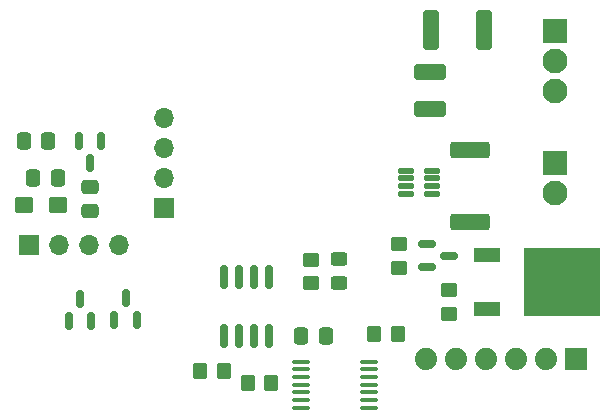
<source format=gbr>
%TF.GenerationSoftware,KiCad,Pcbnew,6.0.11-2627ca5db0~126~ubuntu22.04.1*%
%TF.CreationDate,2023-03-02T14:14:41-05:00*%
%TF.ProjectId,lin-pump-control,6c696e2d-7075-46d7-902d-636f6e74726f,1.0*%
%TF.SameCoordinates,Original*%
%TF.FileFunction,Soldermask,Top*%
%TF.FilePolarity,Negative*%
%FSLAX46Y46*%
G04 Gerber Fmt 4.6, Leading zero omitted, Abs format (unit mm)*
G04 Created by KiCad (PCBNEW 6.0.11-2627ca5db0~126~ubuntu22.04.1) date 2023-03-02 14:14:41*
%MOMM*%
%LPD*%
G01*
G04 APERTURE LIST*
G04 Aperture macros list*
%AMRoundRect*
0 Rectangle with rounded corners*
0 $1 Rounding radius*
0 $2 $3 $4 $5 $6 $7 $8 $9 X,Y pos of 4 corners*
0 Add a 4 corners polygon primitive as box body*
4,1,4,$2,$3,$4,$5,$6,$7,$8,$9,$2,$3,0*
0 Add four circle primitives for the rounded corners*
1,1,$1+$1,$2,$3*
1,1,$1+$1,$4,$5*
1,1,$1+$1,$6,$7*
1,1,$1+$1,$8,$9*
0 Add four rect primitives between the rounded corners*
20,1,$1+$1,$2,$3,$4,$5,0*
20,1,$1+$1,$4,$5,$6,$7,0*
20,1,$1+$1,$6,$7,$8,$9,0*
20,1,$1+$1,$8,$9,$2,$3,0*%
G04 Aperture macros list end*
%ADD10R,1.879600X1.879600*%
%ADD11C,1.879600*%
%ADD12RoundRect,0.100000X-0.637500X-0.100000X0.637500X-0.100000X0.637500X0.100000X-0.637500X0.100000X0*%
%ADD13RoundRect,0.150000X-0.150000X0.587500X-0.150000X-0.587500X0.150000X-0.587500X0.150000X0.587500X0*%
%ADD14R,1.700000X1.700000*%
%ADD15O,1.700000X1.700000*%
%ADD16RoundRect,0.250000X0.400000X1.450000X-0.400000X1.450000X-0.400000X-1.450000X0.400000X-1.450000X0*%
%ADD17RoundRect,0.250000X0.337500X0.475000X-0.337500X0.475000X-0.337500X-0.475000X0.337500X-0.475000X0*%
%ADD18RoundRect,0.250000X0.537500X0.425000X-0.537500X0.425000X-0.537500X-0.425000X0.537500X-0.425000X0*%
%ADD19RoundRect,0.250000X-0.475000X0.337500X-0.475000X-0.337500X0.475000X-0.337500X0.475000X0.337500X0*%
%ADD20RoundRect,0.250000X-1.100000X0.412500X-1.100000X-0.412500X1.100000X-0.412500X1.100000X0.412500X0*%
%ADD21RoundRect,0.125000X0.537500X0.125000X-0.537500X0.125000X-0.537500X-0.125000X0.537500X-0.125000X0*%
%ADD22RoundRect,0.249999X-1.425001X0.450001X-1.425001X-0.450001X1.425001X-0.450001X1.425001X0.450001X0*%
%ADD23RoundRect,0.250000X0.450000X-0.350000X0.450000X0.350000X-0.450000X0.350000X-0.450000X-0.350000X0*%
%ADD24RoundRect,0.150000X0.150000X-0.825000X0.150000X0.825000X-0.150000X0.825000X-0.150000X-0.825000X0*%
%ADD25RoundRect,0.150000X0.150000X-0.587500X0.150000X0.587500X-0.150000X0.587500X-0.150000X-0.587500X0*%
%ADD26RoundRect,0.250000X-0.350000X-0.450000X0.350000X-0.450000X0.350000X0.450000X-0.350000X0.450000X0*%
%ADD27R,2.100000X2.100000*%
%ADD28C,2.100000*%
%ADD29RoundRect,0.250000X0.450000X-0.325000X0.450000X0.325000X-0.450000X0.325000X-0.450000X-0.325000X0*%
%ADD30RoundRect,0.150000X-0.587500X-0.150000X0.587500X-0.150000X0.587500X0.150000X-0.587500X0.150000X0*%
%ADD31R,2.200000X1.200000*%
%ADD32R,6.400000X5.800000*%
G04 APERTURE END LIST*
D10*
%TO.C,J1*%
X226520000Y-91800000D03*
D11*
X223980000Y-91800000D03*
X221440000Y-91800000D03*
X218900000Y-91800000D03*
X216360000Y-91800000D03*
X213820000Y-91800000D03*
%TD*%
D12*
%TO.C,U2*%
X203237500Y-91975000D03*
X203237500Y-92625000D03*
X203237500Y-93275000D03*
X203237500Y-93925000D03*
X203237500Y-94575000D03*
X203237500Y-95225000D03*
X203237500Y-95875000D03*
X208962500Y-95875000D03*
X208962500Y-95225000D03*
X208962500Y-94575000D03*
X208962500Y-93925000D03*
X208962500Y-93275000D03*
X208962500Y-92625000D03*
X208962500Y-91975000D03*
%TD*%
D13*
%TO.C,U4*%
X186280000Y-73275000D03*
X184380000Y-73275000D03*
X185330000Y-75150000D03*
%TD*%
D14*
%TO.C,U3*%
X191600000Y-78950000D03*
D15*
X191600000Y-76410000D03*
X191600000Y-73870000D03*
X191600000Y-71330000D03*
%TD*%
D16*
%TO.C,F1*%
X218660000Y-63900000D03*
X214210000Y-63900000D03*
%TD*%
D17*
%TO.C,C7*%
X182605000Y-76430000D03*
X180530000Y-76430000D03*
%TD*%
%TO.C,C6*%
X181797500Y-73280000D03*
X179722500Y-73280000D03*
%TD*%
D18*
%TO.C,C5*%
X182620000Y-78740000D03*
X179745000Y-78740000D03*
%TD*%
D19*
%TO.C,C4*%
X185330000Y-77185000D03*
X185330000Y-79260000D03*
%TD*%
D20*
%TO.C,C3*%
X214160000Y-67450000D03*
X214160000Y-70575000D03*
%TD*%
D21*
%TO.C,U5*%
X214330000Y-77750000D03*
X214330000Y-77100000D03*
X214330000Y-76450000D03*
X214330000Y-75800000D03*
X212055000Y-75800000D03*
X212055000Y-76450000D03*
X212055000Y-77100000D03*
X212055000Y-77750000D03*
%TD*%
D22*
%TO.C,R15*%
X217550000Y-74070000D03*
X217550000Y-80170000D03*
%TD*%
D23*
%TO.C,R13*%
X215710000Y-87920000D03*
X215710000Y-85920000D03*
%TD*%
D14*
%TO.C,J2*%
X180150000Y-82100000D03*
D15*
X182690000Y-82100000D03*
X185230000Y-82100000D03*
X187770000Y-82100000D03*
%TD*%
D24*
%TO.C,U1*%
X196670000Y-89800000D03*
X197940000Y-89800000D03*
X199210000Y-89800000D03*
X200480000Y-89800000D03*
X200480000Y-84850000D03*
X199210000Y-84850000D03*
X197940000Y-84850000D03*
X196670000Y-84850000D03*
%TD*%
D25*
%TO.C,Q1*%
X187400000Y-88475000D03*
X189300000Y-88475000D03*
X188350000Y-86600000D03*
%TD*%
D26*
%TO.C,R1*%
X194660000Y-92780000D03*
X196660000Y-92780000D03*
%TD*%
D17*
%TO.C,C1*%
X205300000Y-89775000D03*
X203225000Y-89775000D03*
%TD*%
D23*
%TO.C,R5*%
X204025000Y-85350000D03*
X204025000Y-83350000D03*
%TD*%
D26*
%TO.C,R11*%
X209400000Y-89675000D03*
X211400000Y-89675000D03*
%TD*%
D27*
%TO.C,J4*%
X224700000Y-75125000D03*
D28*
X224700000Y-77665000D03*
%TD*%
D29*
%TO.C,D1*%
X206450000Y-85350000D03*
X206450000Y-83300000D03*
%TD*%
D30*
%TO.C,Q3*%
X213875000Y-82050000D03*
X213875000Y-83950000D03*
X215750000Y-83000000D03*
%TD*%
D31*
%TO.C,Q4*%
X218975000Y-82970000D03*
D32*
X225275000Y-85250000D03*
D31*
X218975000Y-87530000D03*
%TD*%
D27*
%TO.C,J3*%
X224700000Y-64000000D03*
D28*
X224700000Y-66540000D03*
X224700000Y-69080000D03*
%TD*%
D23*
%TO.C,R12*%
X211525000Y-84025000D03*
X211525000Y-82025000D03*
%TD*%
D25*
%TO.C,Q2*%
X183550000Y-88525000D03*
X185450000Y-88525000D03*
X184500000Y-86650000D03*
%TD*%
D26*
%TO.C,R2*%
X198675000Y-93775000D03*
X200675000Y-93775000D03*
%TD*%
M02*

</source>
